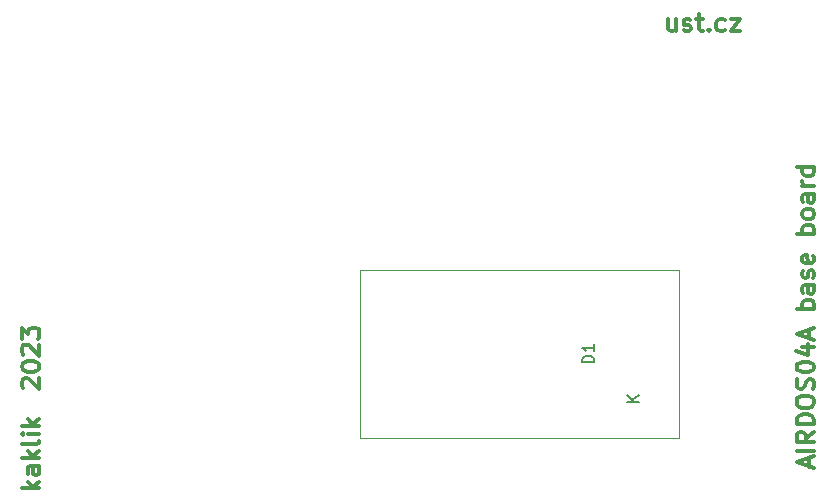
<source format=gbr>
%TF.GenerationSoftware,KiCad,Pcbnew,7.0.8-7.0.8~ubuntu23.04.1*%
%TF.CreationDate,2023-11-09T23:49:29+00:00*%
%TF.ProjectId,AIRDOS04_base,41495244-4f53-4303-945f-626173652e6b,REV*%
%TF.SameCoordinates,PX66dd020PY81342c0*%
%TF.FileFunction,Legend,Top*%
%TF.FilePolarity,Positive*%
%FSLAX46Y46*%
G04 Gerber Fmt 4.6, Leading zero omitted, Abs format (unit mm)*
G04 Created by KiCad (PCBNEW 7.0.8-7.0.8~ubuntu23.04.1) date 2023-11-09 23:49:29*
%MOMM*%
%LPD*%
G01*
G04 APERTURE LIST*
%ADD10C,0.300000*%
%ADD11C,0.150000*%
%ADD12C,0.100000*%
G04 APERTURE END LIST*
D10*
X7790328Y14379143D02*
X6290328Y14379143D01*
X7218900Y14522000D02*
X7790328Y14950572D01*
X6790328Y14950572D02*
X7361757Y14379143D01*
X7790328Y16236286D02*
X7004614Y16236286D01*
X7004614Y16236286D02*
X6861757Y16164858D01*
X6861757Y16164858D02*
X6790328Y16022001D01*
X6790328Y16022001D02*
X6790328Y15736286D01*
X6790328Y15736286D02*
X6861757Y15593429D01*
X7718900Y16236286D02*
X7790328Y16093429D01*
X7790328Y16093429D02*
X7790328Y15736286D01*
X7790328Y15736286D02*
X7718900Y15593429D01*
X7718900Y15593429D02*
X7576042Y15522001D01*
X7576042Y15522001D02*
X7433185Y15522001D01*
X7433185Y15522001D02*
X7290328Y15593429D01*
X7290328Y15593429D02*
X7218900Y15736286D01*
X7218900Y15736286D02*
X7218900Y16093429D01*
X7218900Y16093429D02*
X7147471Y16236286D01*
X7790328Y16950572D02*
X6290328Y16950572D01*
X7218900Y17093429D02*
X7790328Y17522001D01*
X6790328Y17522001D02*
X7361757Y16950572D01*
X7790328Y18379144D02*
X7718900Y18236287D01*
X7718900Y18236287D02*
X7576042Y18164858D01*
X7576042Y18164858D02*
X6290328Y18164858D01*
X7790328Y18950572D02*
X6790328Y18950572D01*
X6290328Y18950572D02*
X6361757Y18879144D01*
X6361757Y18879144D02*
X6433185Y18950572D01*
X6433185Y18950572D02*
X6361757Y19022001D01*
X6361757Y19022001D02*
X6290328Y18950572D01*
X6290328Y18950572D02*
X6433185Y18950572D01*
X7790328Y19664858D02*
X6290328Y19664858D01*
X7218900Y19807715D02*
X7790328Y20236287D01*
X6790328Y20236287D02*
X7361757Y19664858D01*
X72969957Y16216316D02*
X72969957Y16930601D01*
X73398528Y16073459D02*
X71898528Y16573459D01*
X71898528Y16573459D02*
X73398528Y17073459D01*
X73398528Y17573458D02*
X71898528Y17573458D01*
X73398528Y19144887D02*
X72684242Y18644887D01*
X73398528Y18287744D02*
X71898528Y18287744D01*
X71898528Y18287744D02*
X71898528Y18859173D01*
X71898528Y18859173D02*
X71969957Y19002030D01*
X71969957Y19002030D02*
X72041385Y19073459D01*
X72041385Y19073459D02*
X72184242Y19144887D01*
X72184242Y19144887D02*
X72398528Y19144887D01*
X72398528Y19144887D02*
X72541385Y19073459D01*
X72541385Y19073459D02*
X72612814Y19002030D01*
X72612814Y19002030D02*
X72684242Y18859173D01*
X72684242Y18859173D02*
X72684242Y18287744D01*
X73398528Y19787744D02*
X71898528Y19787744D01*
X71898528Y19787744D02*
X71898528Y20144887D01*
X71898528Y20144887D02*
X71969957Y20359173D01*
X71969957Y20359173D02*
X72112814Y20502030D01*
X72112814Y20502030D02*
X72255671Y20573459D01*
X72255671Y20573459D02*
X72541385Y20644887D01*
X72541385Y20644887D02*
X72755671Y20644887D01*
X72755671Y20644887D02*
X73041385Y20573459D01*
X73041385Y20573459D02*
X73184242Y20502030D01*
X73184242Y20502030D02*
X73327100Y20359173D01*
X73327100Y20359173D02*
X73398528Y20144887D01*
X73398528Y20144887D02*
X73398528Y19787744D01*
X71898528Y21573459D02*
X71898528Y21859173D01*
X71898528Y21859173D02*
X71969957Y22002030D01*
X71969957Y22002030D02*
X72112814Y22144887D01*
X72112814Y22144887D02*
X72398528Y22216316D01*
X72398528Y22216316D02*
X72898528Y22216316D01*
X72898528Y22216316D02*
X73184242Y22144887D01*
X73184242Y22144887D02*
X73327100Y22002030D01*
X73327100Y22002030D02*
X73398528Y21859173D01*
X73398528Y21859173D02*
X73398528Y21573459D01*
X73398528Y21573459D02*
X73327100Y21430601D01*
X73327100Y21430601D02*
X73184242Y21287744D01*
X73184242Y21287744D02*
X72898528Y21216316D01*
X72898528Y21216316D02*
X72398528Y21216316D01*
X72398528Y21216316D02*
X72112814Y21287744D01*
X72112814Y21287744D02*
X71969957Y21430601D01*
X71969957Y21430601D02*
X71898528Y21573459D01*
X73327100Y22787745D02*
X73398528Y23002030D01*
X73398528Y23002030D02*
X73398528Y23359173D01*
X73398528Y23359173D02*
X73327100Y23502030D01*
X73327100Y23502030D02*
X73255671Y23573459D01*
X73255671Y23573459D02*
X73112814Y23644888D01*
X73112814Y23644888D02*
X72969957Y23644888D01*
X72969957Y23644888D02*
X72827100Y23573459D01*
X72827100Y23573459D02*
X72755671Y23502030D01*
X72755671Y23502030D02*
X72684242Y23359173D01*
X72684242Y23359173D02*
X72612814Y23073459D01*
X72612814Y23073459D02*
X72541385Y22930602D01*
X72541385Y22930602D02*
X72469957Y22859173D01*
X72469957Y22859173D02*
X72327100Y22787745D01*
X72327100Y22787745D02*
X72184242Y22787745D01*
X72184242Y22787745D02*
X72041385Y22859173D01*
X72041385Y22859173D02*
X71969957Y22930602D01*
X71969957Y22930602D02*
X71898528Y23073459D01*
X71898528Y23073459D02*
X71898528Y23430602D01*
X71898528Y23430602D02*
X71969957Y23644888D01*
X71898528Y24573459D02*
X71898528Y24716316D01*
X71898528Y24716316D02*
X71969957Y24859173D01*
X71969957Y24859173D02*
X72041385Y24930601D01*
X72041385Y24930601D02*
X72184242Y25002030D01*
X72184242Y25002030D02*
X72469957Y25073459D01*
X72469957Y25073459D02*
X72827100Y25073459D01*
X72827100Y25073459D02*
X73112814Y25002030D01*
X73112814Y25002030D02*
X73255671Y24930601D01*
X73255671Y24930601D02*
X73327100Y24859173D01*
X73327100Y24859173D02*
X73398528Y24716316D01*
X73398528Y24716316D02*
X73398528Y24573459D01*
X73398528Y24573459D02*
X73327100Y24430601D01*
X73327100Y24430601D02*
X73255671Y24359173D01*
X73255671Y24359173D02*
X73112814Y24287744D01*
X73112814Y24287744D02*
X72827100Y24216316D01*
X72827100Y24216316D02*
X72469957Y24216316D01*
X72469957Y24216316D02*
X72184242Y24287744D01*
X72184242Y24287744D02*
X72041385Y24359173D01*
X72041385Y24359173D02*
X71969957Y24430601D01*
X71969957Y24430601D02*
X71898528Y24573459D01*
X72398528Y26359172D02*
X73398528Y26359172D01*
X71827100Y26002030D02*
X72898528Y25644887D01*
X72898528Y25644887D02*
X72898528Y26573458D01*
X72969957Y27073458D02*
X72969957Y27787743D01*
X73398528Y26930601D02*
X71898528Y27430601D01*
X71898528Y27430601D02*
X73398528Y27930601D01*
X73398528Y29573457D02*
X71898528Y29573457D01*
X72469957Y29573457D02*
X72398528Y29716314D01*
X72398528Y29716314D02*
X72398528Y30002029D01*
X72398528Y30002029D02*
X72469957Y30144886D01*
X72469957Y30144886D02*
X72541385Y30216314D01*
X72541385Y30216314D02*
X72684242Y30287743D01*
X72684242Y30287743D02*
X73112814Y30287743D01*
X73112814Y30287743D02*
X73255671Y30216314D01*
X73255671Y30216314D02*
X73327100Y30144886D01*
X73327100Y30144886D02*
X73398528Y30002029D01*
X73398528Y30002029D02*
X73398528Y29716314D01*
X73398528Y29716314D02*
X73327100Y29573457D01*
X73398528Y31573457D02*
X72612814Y31573457D01*
X72612814Y31573457D02*
X72469957Y31502029D01*
X72469957Y31502029D02*
X72398528Y31359172D01*
X72398528Y31359172D02*
X72398528Y31073457D01*
X72398528Y31073457D02*
X72469957Y30930600D01*
X73327100Y31573457D02*
X73398528Y31430600D01*
X73398528Y31430600D02*
X73398528Y31073457D01*
X73398528Y31073457D02*
X73327100Y30930600D01*
X73327100Y30930600D02*
X73184242Y30859172D01*
X73184242Y30859172D02*
X73041385Y30859172D01*
X73041385Y30859172D02*
X72898528Y30930600D01*
X72898528Y30930600D02*
X72827100Y31073457D01*
X72827100Y31073457D02*
X72827100Y31430600D01*
X72827100Y31430600D02*
X72755671Y31573457D01*
X73327100Y32216315D02*
X73398528Y32359172D01*
X73398528Y32359172D02*
X73398528Y32644886D01*
X73398528Y32644886D02*
X73327100Y32787743D01*
X73327100Y32787743D02*
X73184242Y32859172D01*
X73184242Y32859172D02*
X73112814Y32859172D01*
X73112814Y32859172D02*
X72969957Y32787743D01*
X72969957Y32787743D02*
X72898528Y32644886D01*
X72898528Y32644886D02*
X72898528Y32430600D01*
X72898528Y32430600D02*
X72827100Y32287743D01*
X72827100Y32287743D02*
X72684242Y32216315D01*
X72684242Y32216315D02*
X72612814Y32216315D01*
X72612814Y32216315D02*
X72469957Y32287743D01*
X72469957Y32287743D02*
X72398528Y32430600D01*
X72398528Y32430600D02*
X72398528Y32644886D01*
X72398528Y32644886D02*
X72469957Y32787743D01*
X73327100Y34073458D02*
X73398528Y33930601D01*
X73398528Y33930601D02*
X73398528Y33644886D01*
X73398528Y33644886D02*
X73327100Y33502029D01*
X73327100Y33502029D02*
X73184242Y33430601D01*
X73184242Y33430601D02*
X72612814Y33430601D01*
X72612814Y33430601D02*
X72469957Y33502029D01*
X72469957Y33502029D02*
X72398528Y33644886D01*
X72398528Y33644886D02*
X72398528Y33930601D01*
X72398528Y33930601D02*
X72469957Y34073458D01*
X72469957Y34073458D02*
X72612814Y34144886D01*
X72612814Y34144886D02*
X72755671Y34144886D01*
X72755671Y34144886D02*
X72898528Y33430601D01*
X73398528Y35930600D02*
X71898528Y35930600D01*
X72469957Y35930600D02*
X72398528Y36073457D01*
X72398528Y36073457D02*
X72398528Y36359172D01*
X72398528Y36359172D02*
X72469957Y36502029D01*
X72469957Y36502029D02*
X72541385Y36573457D01*
X72541385Y36573457D02*
X72684242Y36644886D01*
X72684242Y36644886D02*
X73112814Y36644886D01*
X73112814Y36644886D02*
X73255671Y36573457D01*
X73255671Y36573457D02*
X73327100Y36502029D01*
X73327100Y36502029D02*
X73398528Y36359172D01*
X73398528Y36359172D02*
X73398528Y36073457D01*
X73398528Y36073457D02*
X73327100Y35930600D01*
X73398528Y37502029D02*
X73327100Y37359172D01*
X73327100Y37359172D02*
X73255671Y37287743D01*
X73255671Y37287743D02*
X73112814Y37216315D01*
X73112814Y37216315D02*
X72684242Y37216315D01*
X72684242Y37216315D02*
X72541385Y37287743D01*
X72541385Y37287743D02*
X72469957Y37359172D01*
X72469957Y37359172D02*
X72398528Y37502029D01*
X72398528Y37502029D02*
X72398528Y37716315D01*
X72398528Y37716315D02*
X72469957Y37859172D01*
X72469957Y37859172D02*
X72541385Y37930600D01*
X72541385Y37930600D02*
X72684242Y38002029D01*
X72684242Y38002029D02*
X73112814Y38002029D01*
X73112814Y38002029D02*
X73255671Y37930600D01*
X73255671Y37930600D02*
X73327100Y37859172D01*
X73327100Y37859172D02*
X73398528Y37716315D01*
X73398528Y37716315D02*
X73398528Y37502029D01*
X73398528Y39287743D02*
X72612814Y39287743D01*
X72612814Y39287743D02*
X72469957Y39216315D01*
X72469957Y39216315D02*
X72398528Y39073458D01*
X72398528Y39073458D02*
X72398528Y38787743D01*
X72398528Y38787743D02*
X72469957Y38644886D01*
X73327100Y39287743D02*
X73398528Y39144886D01*
X73398528Y39144886D02*
X73398528Y38787743D01*
X73398528Y38787743D02*
X73327100Y38644886D01*
X73327100Y38644886D02*
X73184242Y38573458D01*
X73184242Y38573458D02*
X73041385Y38573458D01*
X73041385Y38573458D02*
X72898528Y38644886D01*
X72898528Y38644886D02*
X72827100Y38787743D01*
X72827100Y38787743D02*
X72827100Y39144886D01*
X72827100Y39144886D02*
X72755671Y39287743D01*
X73398528Y40002029D02*
X72398528Y40002029D01*
X72684242Y40002029D02*
X72541385Y40073458D01*
X72541385Y40073458D02*
X72469957Y40144886D01*
X72469957Y40144886D02*
X72398528Y40287744D01*
X72398528Y40287744D02*
X72398528Y40430601D01*
X73398528Y41573457D02*
X71898528Y41573457D01*
X73327100Y41573457D02*
X73398528Y41430600D01*
X73398528Y41430600D02*
X73398528Y41144886D01*
X73398528Y41144886D02*
X73327100Y41002029D01*
X73327100Y41002029D02*
X73255671Y40930600D01*
X73255671Y40930600D02*
X73112814Y40859172D01*
X73112814Y40859172D02*
X72684242Y40859172D01*
X72684242Y40859172D02*
X72541385Y40930600D01*
X72541385Y40930600D02*
X72469957Y41002029D01*
X72469957Y41002029D02*
X72398528Y41144886D01*
X72398528Y41144886D02*
X72398528Y41430600D01*
X72398528Y41430600D02*
X72469957Y41573457D01*
X61686571Y54068072D02*
X61686571Y53068072D01*
X61043713Y54068072D02*
X61043713Y53282358D01*
X61043713Y53282358D02*
X61115142Y53139500D01*
X61115142Y53139500D02*
X61257999Y53068072D01*
X61257999Y53068072D02*
X61472285Y53068072D01*
X61472285Y53068072D02*
X61615142Y53139500D01*
X61615142Y53139500D02*
X61686571Y53210929D01*
X62329428Y53139500D02*
X62472285Y53068072D01*
X62472285Y53068072D02*
X62757999Y53068072D01*
X62757999Y53068072D02*
X62900856Y53139500D01*
X62900856Y53139500D02*
X62972285Y53282358D01*
X62972285Y53282358D02*
X62972285Y53353786D01*
X62972285Y53353786D02*
X62900856Y53496643D01*
X62900856Y53496643D02*
X62757999Y53568072D01*
X62757999Y53568072D02*
X62543714Y53568072D01*
X62543714Y53568072D02*
X62400856Y53639500D01*
X62400856Y53639500D02*
X62329428Y53782358D01*
X62329428Y53782358D02*
X62329428Y53853786D01*
X62329428Y53853786D02*
X62400856Y53996643D01*
X62400856Y53996643D02*
X62543714Y54068072D01*
X62543714Y54068072D02*
X62757999Y54068072D01*
X62757999Y54068072D02*
X62900856Y53996643D01*
X63400857Y54068072D02*
X63972285Y54068072D01*
X63615142Y54568072D02*
X63615142Y53282358D01*
X63615142Y53282358D02*
X63686571Y53139500D01*
X63686571Y53139500D02*
X63829428Y53068072D01*
X63829428Y53068072D02*
X63972285Y53068072D01*
X64472285Y53210929D02*
X64543714Y53139500D01*
X64543714Y53139500D02*
X64472285Y53068072D01*
X64472285Y53068072D02*
X64400857Y53139500D01*
X64400857Y53139500D02*
X64472285Y53210929D01*
X64472285Y53210929D02*
X64472285Y53068072D01*
X65829429Y53139500D02*
X65686571Y53068072D01*
X65686571Y53068072D02*
X65400857Y53068072D01*
X65400857Y53068072D02*
X65258000Y53139500D01*
X65258000Y53139500D02*
X65186571Y53210929D01*
X65186571Y53210929D02*
X65115143Y53353786D01*
X65115143Y53353786D02*
X65115143Y53782358D01*
X65115143Y53782358D02*
X65186571Y53925215D01*
X65186571Y53925215D02*
X65258000Y53996643D01*
X65258000Y53996643D02*
X65400857Y54068072D01*
X65400857Y54068072D02*
X65686571Y54068072D01*
X65686571Y54068072D02*
X65829429Y53996643D01*
X66329428Y54068072D02*
X67115143Y54068072D01*
X67115143Y54068072D02*
X66329428Y53068072D01*
X66329428Y53068072D02*
X67115143Y53068072D01*
X6433185Y22828573D02*
X6361757Y22900001D01*
X6361757Y22900001D02*
X6290328Y23042858D01*
X6290328Y23042858D02*
X6290328Y23400001D01*
X6290328Y23400001D02*
X6361757Y23542858D01*
X6361757Y23542858D02*
X6433185Y23614287D01*
X6433185Y23614287D02*
X6576042Y23685716D01*
X6576042Y23685716D02*
X6718900Y23685716D01*
X6718900Y23685716D02*
X6933185Y23614287D01*
X6933185Y23614287D02*
X7790328Y22757144D01*
X7790328Y22757144D02*
X7790328Y23685716D01*
X6290328Y24614287D02*
X6290328Y24757144D01*
X6290328Y24757144D02*
X6361757Y24900001D01*
X6361757Y24900001D02*
X6433185Y24971429D01*
X6433185Y24971429D02*
X6576042Y25042858D01*
X6576042Y25042858D02*
X6861757Y25114287D01*
X6861757Y25114287D02*
X7218900Y25114287D01*
X7218900Y25114287D02*
X7504614Y25042858D01*
X7504614Y25042858D02*
X7647471Y24971429D01*
X7647471Y24971429D02*
X7718900Y24900001D01*
X7718900Y24900001D02*
X7790328Y24757144D01*
X7790328Y24757144D02*
X7790328Y24614287D01*
X7790328Y24614287D02*
X7718900Y24471429D01*
X7718900Y24471429D02*
X7647471Y24400001D01*
X7647471Y24400001D02*
X7504614Y24328572D01*
X7504614Y24328572D02*
X7218900Y24257144D01*
X7218900Y24257144D02*
X6861757Y24257144D01*
X6861757Y24257144D02*
X6576042Y24328572D01*
X6576042Y24328572D02*
X6433185Y24400001D01*
X6433185Y24400001D02*
X6361757Y24471429D01*
X6361757Y24471429D02*
X6290328Y24614287D01*
X6433185Y25685715D02*
X6361757Y25757143D01*
X6361757Y25757143D02*
X6290328Y25900000D01*
X6290328Y25900000D02*
X6290328Y26257143D01*
X6290328Y26257143D02*
X6361757Y26400000D01*
X6361757Y26400000D02*
X6433185Y26471429D01*
X6433185Y26471429D02*
X6576042Y26542858D01*
X6576042Y26542858D02*
X6718900Y26542858D01*
X6718900Y26542858D02*
X6933185Y26471429D01*
X6933185Y26471429D02*
X7790328Y25614286D01*
X7790328Y25614286D02*
X7790328Y26542858D01*
X6290328Y27042857D02*
X6290328Y27971429D01*
X6290328Y27971429D02*
X6861757Y27471429D01*
X6861757Y27471429D02*
X6861757Y27685714D01*
X6861757Y27685714D02*
X6933185Y27828571D01*
X6933185Y27828571D02*
X7004614Y27900000D01*
X7004614Y27900000D02*
X7147471Y27971429D01*
X7147471Y27971429D02*
X7504614Y27971429D01*
X7504614Y27971429D02*
X7647471Y27900000D01*
X7647471Y27900000D02*
X7718900Y27828571D01*
X7718900Y27828571D02*
X7790328Y27685714D01*
X7790328Y27685714D02*
X7790328Y27257143D01*
X7790328Y27257143D02*
X7718900Y27114286D01*
X7718900Y27114286D02*
X7647471Y27042857D01*
D11*
X54759219Y25028306D02*
X53759219Y25028306D01*
X53759219Y25028306D02*
X53759219Y25266401D01*
X53759219Y25266401D02*
X53806838Y25409258D01*
X53806838Y25409258D02*
X53902076Y25504496D01*
X53902076Y25504496D02*
X53997314Y25552115D01*
X53997314Y25552115D02*
X54187790Y25599734D01*
X54187790Y25599734D02*
X54330647Y25599734D01*
X54330647Y25599734D02*
X54521123Y25552115D01*
X54521123Y25552115D02*
X54616361Y25504496D01*
X54616361Y25504496D02*
X54711600Y25409258D01*
X54711600Y25409258D02*
X54759219Y25266401D01*
X54759219Y25266401D02*
X54759219Y25028306D01*
X54759219Y26552115D02*
X54759219Y25980687D01*
X54759219Y26266401D02*
X53759219Y26266401D01*
X53759219Y26266401D02*
X53902076Y26171163D01*
X53902076Y26171163D02*
X53997314Y26075925D01*
X53997314Y26075925D02*
X54044933Y25980687D01*
X58569219Y21694496D02*
X57569219Y21694496D01*
X58569219Y22265924D02*
X57997790Y21837353D01*
X57569219Y22265924D02*
X58140647Y21694496D01*
D12*
%TO.C,D1*%
X61924400Y18666400D02*
X61924400Y32866400D01*
X34924400Y18666400D02*
X61924400Y18666400D01*
X34924400Y18666400D02*
X34924400Y32866400D01*
X34924400Y32866400D02*
X61924400Y32866400D01*
%TD*%
M02*

</source>
